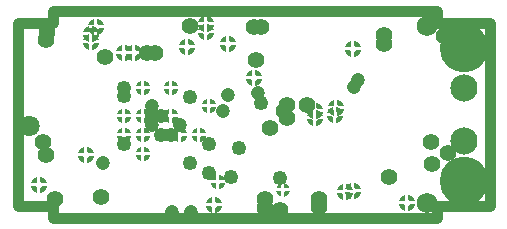
<source format=gbr>
%FSLAX25Y25*%
%MOIN*%
G04 EasyPC Gerber Version 18.0.8 Build 3632 *
%ADD123C,0.03650*%
%ADD120C,0.04750*%
%ADD119C,0.04921*%
%ADD118C,0.05550*%
%ADD122C,0.06890*%
%ADD121C,0.07087*%
%ADD114C,0.09068*%
%ADD113C,0.16205*%
%AMT117*0 Thermal pad*7,0,0,0.04750,0.01600,0.01000,0*%
%ADD117T117*%
%AMT115*0 Thermal pad*7,0,0,0.04921,0.01772,0.01000,0*%
%ADD115T115*%
%AMT116*0 Thermal pad*7,0,0,0.05550,0.02400,0.01000,0*%
%ADD116T116*%
X0Y0D02*
D02*
D113*
X175761Y26805D03*
Y70899D03*
D02*
D114*
Y39946D03*
Y57757D03*
D02*
D115*
X62376Y42061D03*
Y48360D03*
X68675Y35761D03*
Y42061D03*
Y48360D03*
Y57809D03*
X78124Y48360D03*
Y57809D03*
X81273Y42061D03*
X87572D03*
X90722Y51509D03*
X93872Y26313D03*
D02*
D116*
X34226Y25328D03*
X49777Y35368D03*
X51574Y73023D03*
Y75582D03*
X53124Y78084D03*
X62598Y69423D03*
X65748D03*
X83635Y71194D03*
X89960Y76370D03*
Y79126D03*
X92381Y18506D03*
X97218Y72376D03*
X105880Y60958D03*
X126155Y47572D03*
Y49935D03*
X132848Y48557D03*
X133045Y51116D03*
X136151Y23112D03*
X138848Y23210D03*
X138950Y70604D03*
X156968Y19254D03*
D02*
D117*
X115328Y23557D03*
D02*
D118*
X35407Y39502D03*
X36574Y73574D03*
X36588Y35171D03*
X36653Y76488D03*
X39576Y20730D03*
X54895Y21409D03*
X56273Y68045D03*
X70078Y69423D03*
X72834D03*
X84620Y78281D03*
X105708Y77887D03*
X106470Y67061D03*
X108267Y77887D03*
X109448Y17708D03*
Y20661D03*
X111194Y44423D03*
X114541Y17061D03*
X115722Y49935D03*
X116706Y52100D03*
X116903Y47572D03*
X123596Y52100D03*
X127362Y17905D03*
Y20661D03*
X149212Y72433D03*
Y75189D03*
X150787Y27944D03*
X164935Y39502D03*
X165131Y32317D03*
X169069Y75033D03*
X170446Y36155D03*
D02*
D119*
X62376Y38911D03*
Y57809D03*
X62572Y54856D03*
X71824Y48360D03*
X74974Y42061D03*
Y48360D03*
X78124Y42061D03*
X84423Y32612D03*
Y54659D03*
X90722Y29462D03*
Y38911D03*
X98202Y27887D03*
X100958Y37730D03*
X108045Y52494D03*
X114344Y27494D03*
D02*
D120*
X55486Y32612D03*
X71824Y45210D03*
Y51509D03*
X78517Y16470D03*
X81273Y45210D03*
X84842Y16273D03*
X95446Y50131D03*
X97218Y55250D03*
X107257Y56037D03*
X139147Y58006D03*
X140328Y60171D03*
D02*
D121*
X30844Y44912D03*
D02*
D122*
X163324Y19321D03*
Y78376D03*
D02*
D123*
X166667Y14305D02*
X38814D01*
Y18242*
X27003*
Y79462*
X38814*
Y83399*
X166667*
Y79462*
X184423*
Y18242*
X166667*
Y14305*
X0Y0D02*
M02*

</source>
